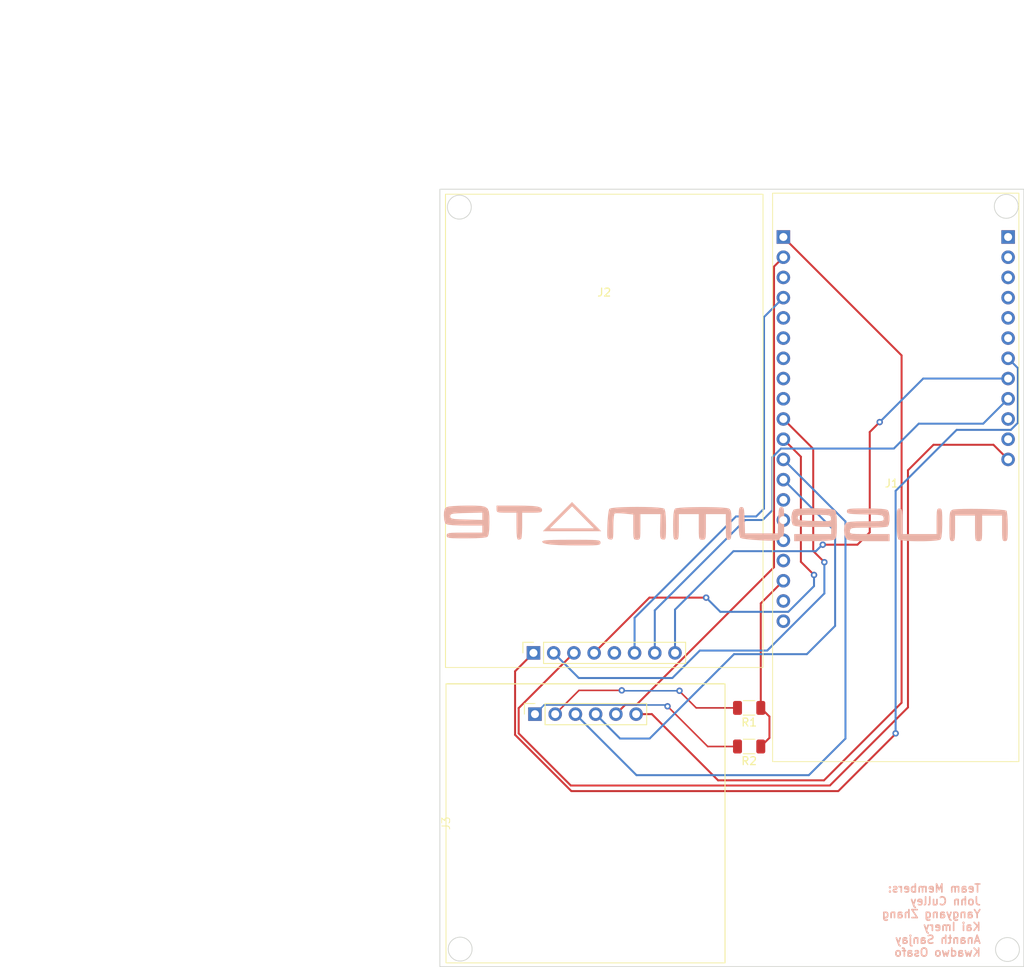
<source format=kicad_pcb>
(kicad_pcb (version 20221018) (generator pcbnew)
  (layers (0 "F.Cu" signal) (31 "B.Cu" signal) (34 "B.Paste" user) (35 "F.Paste" user) (36 "B.SilkS" user "B.Silkscreen") (37 "F.SilkS" user "F.Silkscreen") (38 "B.Mask" user) (39 "F.Mask" user) (44 "Edge.Cuts" user))
  (net 0 "")
  (net 1 "/IO39")
  (net 2 "/IO36")
  (net 3 "/IO35")
  (net 4 "/IO34")
  (net 5 "/IO33")
  (net 6 "/IO32")
  (net 7 "/IO27")
  (net 8 "/IO26")
  (net 9 "/IO25")
  (net 10 "/IO19")
  (net 11 "/IO18")
  (net 12 "/IO15")
  (net 13 "/IO14")
  (net 14 "/IO13")
  (net 15 "/IO12")
  (net 16 "/IO2")
  (net 17 "/RST")
  (net 18 "/GND1")
  (net 19 "/3.3V")
  (net 20 "/IO23")
  (net 21 "/IO22")
  (net 22 "/IO21")
  (net 23 "/IO17")
  (net 24 "/IO16")
  (net 25 "/IO5")
  (net 26 "/IO4")
  (net 27 "/IO0")
  (net 28 "/IO1")
  (net 29 "/IO3")
  (net 30 "/GND2")
  (net 31 "/5V")
  (net 32 "/GND3")
  (net 34 "/BATT-")
  (net 35 "/BATT+")
  (footprint "Resistor_SMD:R_1206_3216Metric" (layer "F.Cu") (at 157.3 119.65 180)
    (fp_text reference "R1" (at 0 -1.82) (layer "F.SilkS"))
    (fp_text value "10K")
    (fp_line (start -0.727064 -0.91) (end 0.727064 -0.91) (stroke (width 0.12)) (layer "F.SilkS"))
    (fp_line (start -0.727064 0.91) (end 0.727064 0.91) (stroke (width 0.12)) (layer "F.SilkS"))
    (pad "1" smd roundrect (at -1.4625 0 180) (size 1.125 1.75) (layers "F.Cu" "F.Paste" "F.Mask") (roundrect_rratio 0.2222222222) (net 3 "/IO35"))
    (pad "2" smd roundrect (at 1.4625 0 180) (size 1.125 1.75) (layers "F.Cu" "F.Paste" "F.Mask") (roundrect_rratio 0.2222222222) (net 35 "/BATT+"))
  )
  (footprint "Resistor_SMD:R_1206_3216Metric" (layer "F.Cu") (at 157.3 124.5 180)
    (fp_text reference "R2" (at 0 -1.82) (layer "F.SilkS"))
    (fp_text value "10K")
    (fp_line (start -0.727064 -0.91) (end 0.727064 -0.91) (stroke (width 0.12)) (layer "F.SilkS"))
    (fp_line (start -0.727064 0.91) (end 0.727064 0.91) (stroke (width 0.12)) (layer "F.SilkS"))
    (pad "1" smd roundrect (at -1.4625 0 180) (size 1.125 1.75) (layers "F.Cu" "F.Paste" "F.Mask") (roundrect_rratio 0.2222222222) (net 3 "/IO35"))
    (pad "2" smd roundrect (at 1.4625 0 180) (size 1.125 1.75) (layers "F.Cu" "F.Paste" "F.Mask") (roundrect_rratio 0.2222222222) (net 34 "/BATT-"))
  )
  (footprint "ESP32:RC522_Module" (layer "F.Cu") (at 139.1 84.85)
    (fp_text reference "J2" (at 0 -17.39) (layer "F.SilkS"))
    (fp_text value "RC522 Connector")
    (fp_line (start -19.945 -29.72) (end -19.945 29.72) (stroke (width 0.1)) (layer "F.SilkS"))
    (fp_line (start -10.219999 26.56) (end -10.219999 27.89) (stroke (width 0.12)) (layer "F.SilkS"))
    (fp_line (start -8.889999 26.56) (end -10.219999 26.56) (stroke (width 0.12)) (layer "F.SilkS"))
    (fp_line (start -7.62 26.56) (end -7.62 29.22) (stroke (width 0.12)) (layer "F.SilkS"))
    (fp_line (start -7.62 26.56) (end 10.22 26.56) (stroke (width 0.12)) (layer "F.SilkS"))
    (fp_line (start -7.62 29.22) (end 10.22 29.22) (stroke (width 0.12)) (layer "F.SilkS"))
    (fp_line (start 10.22 26.56) (end 10.22 29.22) (stroke (width 0.12)) (layer "F.SilkS"))
    (fp_rect (start -19.945 -29.72) (end 19.945 29.72) (stroke (width 0.1)) (fill none) (layer "F.SilkS"))
    (pad "1" thru_hole rect (at -8.889999 27.89 90) (size 1.7 1.7) (drill 1) (layers "*.Cu" "*.Mask") (net 25 "/IO5"))
    (pad "2" thru_hole oval (at -6.349999 27.89 90) (size 1.7 1.7) (drill 1) (layers "*.Cu" "*.Mask") (net 11 "/IO18"))
    (pad "3" thru_hole oval (at -3.809999 27.89 90) (size 1.7 1.7) (drill 1) (layers "*.Cu" "*.Mask") (net 20 "/IO23"))
    (pad "4" thru_hole oval (at -1.27 27.89 90) (size 1.7 1.7) (drill 1) (layers "*.Cu" "*.Mask") (net 10 "/IO19"))
    (pad "5" thru_hole oval (at 1.270001 27.89 90) (size 1.7 1.7) (drill 1) (layers "*.Cu" "*.Mask"))
    (pad "6" thru_hole oval (at 3.810001 27.89 90) (size 1.7 1.7) (drill 1) (layers "*.Cu" "*.Mask") (net 30 "/GND2"))
    (pad "7" thru_hole oval (at 6.350001 27.89 90) (size 1.7 1.7) (drill 1) (layers "*.Cu" "*.Mask") (net 23 "/IO17"))
    (pad "8" thru_hole oval (at 8.890001 27.89 90) (size 1.7 1.7) (drill 1) (layers "*.Cu" "*.Mask") (net 24 "/IO16"))
  )
  (footprint "ESP32:ESP_UWB_Final" (layer "F.Cu") (at 177.85 84.6)
    (fp_text reference "J1" (at -2.635 6.85) (layer "F.SilkS"))
    (fp_text value "ESP32 UWB" hide)
    (fp_line (start -17.6 -29.6) (end -17.6 -28.1) (stroke (width 0.1)) (layer "F.SilkS"))
    (fp_line (start -17.6 -29.6) (end 12.33 -29.6) (stroke (width 0.1)) (layer "F.SilkS"))
    (fp_line (start -17.6 -28.1) (end -17.6 41.8) (stroke (width 0.1)) (layer "F.SilkS"))
    (fp_line (start -17.6 41.8) (end 12.33 41.8) (stroke (width 0.1)) (layer "F.SilkS"))
    (fp_line (start 12.33 -29.6) (end 13.33 -29.6) (stroke (width 0.1)) (layer "F.SilkS"))
    (fp_line (start 12.33 41.8) (end 13.33 41.8) (stroke (width 0.1)) (layer "F.SilkS"))
    (fp_line (start 13.33 -29.6) (end 13.33 -28.1) (stroke (width 0.1)) (layer "F.SilkS"))
    (fp_line (start 13.33 -28.1) (end 13.33 41.8) (stroke (width 0.1)) (layer "F.SilkS"))
    (pad "1" thru_hole rect (at -16.25 -24.1) (size 1.7 1.7) (drill 1) (layers "*.Cu" "*.Mask") (net 19 "/3.3V"))
    (pad "2" thru_hole oval (at -16.25 -21.56) (size 1.7 1.7) (drill 1) (layers "*.Cu" "*.Mask") (net 18 "/GND1"))
    (pad "3" thru_hole oval (at -16.25 -19.02) (size 1.7 1.7) (drill 1) (layers "*.Cu" "*.Mask") (net 17 "/RST"))
    (pad "4" thru_hole oval (at -16.25 -16.48) (size 1.7 1.7) (drill 1) (layers "*.Cu" "*.Mask") (net 30 "/GND2"))
    (pad "5" thru_hole oval (at -16.25 -13.94) (size 1.7 1.7) (drill 1) (layers "*.Cu" "*.Mask") (net 16 "/IO2"))
    (pad "6" thru_hole oval (at -16.25 -11.4) (size 1.7 1.7) (drill 1) (layers "*.Cu" "*.Mask") (net 15 "/IO12"))
    (pad "7" thru_hole oval (at -16.25 -8.86) (size 1.7 1.7) (drill 1) (layers "*.Cu" "*.Mask") (net 14 "/IO13"))
    (pad "8" thru_hole oval (at -16.25 -6.32) (size 1.7 1.7) (drill 1) (layers "*.Cu" "*.Mask") (net 13 "/IO14"))
    (pad "9" thru_hole oval (at -16.25 -3.78) (size 1.7 1.7) (drill 1) (layers "*.Cu" "*.Mask") (net 12 "/IO15"))
    (pad "10" thru_hole oval (at -16.25 -1.24) (size 1.7 1.7) (drill 1) (layers "*.Cu" "*.Mask") (net 11 "/IO18"))
    (pad "11" thru_hole oval (at -16.25 1.3) (size 1.7 1.7) (drill 1) (layers "*.Cu" "*.Mask") (net 10 "/IO19"))
    (pad "12" thru_hole oval (at -16.25 3.84) (size 1.7 1.7) (drill 1) (layers "*.Cu" "*.Mask") (net 9 "/IO25"))
    (pad "13" thru_hole oval (at -16.25 6.38) (size 1.7 1.7) (drill 1) (layers "*.Cu" "*.Mask") (net 8 "/IO26"))
    (pad "14" thru_hole oval (at -16.25 8.92) (size 1.7 1.7) (drill 1) (layers "*.Cu" "*.Mask") (net 7 "/IO27"))
    (pad "15" thru_hole oval (at -16.25 11.46) (size 1.7 1.7) (drill 1) (layers "*.Cu" "*.Mask") (net 6 "/IO32"))
    (pad "16" thru_hole oval (at -16.25 14) (size 1.7 1.7) (drill 1) (layers "*.Cu" "*.Mask") (net 5 "/IO33"))
    (pad "17" thru_hole oval (at -16.25 16.54) (size 1.7 1.7) (drill 1) (layers "*.Cu" "*.Mask") (net 4 "/IO34"))
    (pad "18" thru_hole oval (at -16.25 19.08) (size 1.7 1.7) (drill 1) (layers "*.Cu" "*.Mask") (net 3 "/IO35"))
    (pad "19" thru_hole oval (at -16.25 21.62) (size 1.7 1.7) (drill 1) (layers "*.Cu" "*.Mask") (net 2 "/IO36"))
    (pad "20" thru_hole oval (at -16.25 24.16) (size 1.7 1.7) (drill 1) (layers "*.Cu" "*.Mask") (net 1 "/IO39"))
    (pad "21" thru_hole rect (at 11.98 -24.1) (size 1.7 1.7) (drill 1) (layers "*.Cu" "*.Mask") (net 31 "/5V"))
    (pad "22" thru_hole oval (at 11.98 -21.56) (size 1.7 1.7) (drill 1) (layers "*.Cu" "*.Mask") (net 32 "/GND3"))
    (pad "23" thru_hole oval (at 11.98 -19.02) (size 1.7 1.7) (drill 1) (layers "*.Cu" "*.Mask") (net 29 "/IO3"))
    (pad "24" thru_hole oval (at 11.98 -16.48) (size 1.7 1.7) (drill 1) (layers "*.Cu" "*.Mask") (net 28 "/IO1"))
    (pad "25" thru_hole oval (at 11.98 -13.94) (size 1.7 1.7) (drill 1) (layers "*.Cu" "*.Mask") (net 27 "/IO0"))
    (pad "26" thru_hole oval (at 11.98 -11.4) (size 1.7 1.7) (drill 1) (layers "*.Cu" "*.Mask") (net 26 "/IO4"))
    (pad "27" thru_hole oval (at 11.98 -8.86) (size 1.7 1.7) (drill 1) (layers "*.Cu" "*.Mask") (net 25 "/IO5"))
    (pad "28" thru_hole oval (at 11.98 -6.32) (size 1.7 1.7) (drill 1) (layers "*.Cu" "*.Mask") (net 24 "/IO16"))
    (pad "29" thru_hole oval (at 11.98 -3.78) (size 1.7 1.7) (drill 1) (layers "*.Cu" "*.Mask") (net 23 "/IO17"))
    (pad "30" thru_hole oval (at 11.98 -1.24) (size 1.7 1.7) (drill 1) (layers "*.Cu" "*.Mask") (net 22 "/IO21"))
    (pad "31" thru_hole oval (at 11.98 1.3) (size 1.7 1.7) (drill 1) (layers "*.Cu" "*.Mask") (net 21 "/IO22"))
    (pad "32" thru_hole oval (at 11.98 3.84) (size 1.7 1.7) (drill 1) (layers "*.Cu" "*.Mask") (net 20 "/IO23"))
  )
  (footprint "ESP32:Li-Ion_Charger" (layer "F.Cu") (at 136.75 134.15 90)
    (fp_text reference "J3" (at 0 -17.526 90 unlocked) (layer "F.SilkS") (effects (font (thickness 0.1))))
    (fp_text value "USB Li-Ion Charger")
    (fp_line (start -17.526 17.526) (end 17.526 17.526) (stroke (width 0.1)) (layer "F.SilkS"))
    (fp_line (start 12.386 -5.08) (end 12.386 7.68) (stroke (width 0.12)) (layer "F.SilkS"))
    (fp_line (start 12.386 -5.08) (end 15.046 -5.08) (stroke (width 0.12)) (layer "F.SilkS"))
    (fp_line (start 12.386 7.68) (end 15.046 7.68) (stroke (width 0.12)) (layer "F.SilkS"))
    (fp_line (start 13.716 -7.68) (end 15.046 -7.68) (stroke (width 0.12)) (layer "F.SilkS"))
    (fp_line (start 15.046 -7.68) (end 15.046 -6.35) (stroke (width 0.12)) (layer "F.SilkS"))
    (fp_line (start 15.046 -5.08) (end 15.046 7.68) (stroke (width 0.12)) (layer "F.SilkS"))
    (fp_line (start 17.526 -17.526) (end 17.526 17.526) (stroke (width 0.1)) (layer "F.SilkS"))
    (fp_line (start 17.526 17.526) (end 17.526 -17.526) (stroke (width 0.1)) (layer "F.SilkS"))
    (fp_rect (start -17.526 -17.526) (end 17.526 17.526) (stroke (width 0.1)) (fill none) (layer "F.SilkS"))
    (pad "1" thru_hole rect (at 13.716 -6.35 90) (size 1.7 1.7) (drill 1) (layers "*.Cu" "*.Mask") (net 34 "/BATT-"))
    (pad "2" thru_hole oval (at 13.716 -3.81 90) (size 1.7 1.7) (drill 1) (layers "*.Cu" "*.Mask") (net 35 "/BATT+"))
    (pad "3" thru_hole oval (at 13.716 -1.27 90) (size 1.7 1.7) (drill 1) (layers "*.Cu" "*.Mask") (net 9 "/IO25"))
    (pad "4" thru_hole oval (at 13.716 1.27 90) (size 1.7 1.7) (drill 1) (layers "*.Cu" "*.Mask") (net 8 "/IO26"))
    (pad "5" thru_hole oval (at 13.716 3.81 90) (size 1.7 1.7) (drill 1) (layers "*.Cu" "*.Mask") (net 18 "/GND1"))
    (pad "6" thru_hole oval (at 13.716 6.35 90) (size 1.7 1.7) (drill 1) (layers "*.Cu" "*.Mask") (net 19 "/3.3V"))
  )
  (footprint "LOGO" (layer "B.Cu") (at 154.55 97.1 180)
    (fp_text reference "G***" hide)
    (fp_text value "LOGO" hide)
    (fp_poly (pts (xy 21.329543 1.474613) (xy 23.161903 -0.357747) (xy 19.497183 -0.357747) (xy 15.832463 -0.357747) (xy 16.19021 0) (xy 16.756821 0) (xy 19.511827 0) (xy 22.266834 0) (xy 20.880409 1.386267) (xy 19.493985 2.772535) (xy 18.125403 1.386267) (xy 16.756821 0) (xy 16.19021 0) (xy 17.664823 1.474613) (xy 19.497183 3.306973)) (fill solid) (layer "B.SilkS"))
    (fp_poly (pts (xy 20.856888 -1.435042) (xy 21.809726 -1.448991) (xy 22.485377 -1.475504) (xy 22.924082 -1.517252) (xy 23.166087 -1.576907) (xy 23.251632 -1.657139) (xy 23.253521 -1.674381) (xy 23.134531 -1.830156) (xy 22.763076 -1.952016) (xy 22.117429 -2.04218) (xy 21.175862 -2.102868) (xy 19.916648 -2.1363) (xy 18.647536 -2.144924) (xy 17.606502 -2.143247) (xy 16.870493 -2.132246) (xy 16.386794 -2.105037) (xy 16.102691 -2.054738) (xy 15.96547 -1.974466) (xy 15.922417 -1.857336) (xy 15.919719 -1.788733) (xy 15.93353 -1.668512) (xy 16.005321 -1.57875) (xy 16.180629 -1.515005) (xy 16.504991 -1.472834) (xy 17.023944 -1.447794) (xy 17.783024 -1.435444) (xy 18.827768 -1.431339) (xy 19.58662 -1.430986)) (fill solid) (layer "B.SilkS"))
    (fp_poly (pts (xy 28.977465 2.414788) (xy 28.959053 2.18116) (xy 28.851846 2.047449) (xy 28.57789 1.985816) (xy 28.05923 1.96842) (xy 27.725352 1.967605) (xy 26.47324 1.967605) (xy 26.47324 0.26831) (xy 26.46078 -0.565137) (xy 26.418662 -1.092199) (xy 26.339776 -1.363531) (xy 26.234742 -1.430986) (xy 25.930526 -1.351531) (xy 25.876996 -1.311737) (xy 25.823628 -1.090243) (xy 25.782597 -0.599917) (xy 25.76014 0.070375) (xy 25.757747 0.387558) (xy 25.757747 1.967605) (xy 24.505634 1.967605) (xy 23.845072 1.978323) (xy 23.466502 2.023951) (xy 23.29447 2.1247) (xy 23.253524 2.300779) (xy 23.253521 2.302993) (xy 23.3118 2.501923) (xy 23.514758 2.649355) (xy 23.90458 2.752181) (xy 24.523451 2.817295) (xy 25.413555 2.85159) (xy 26.617076 2.861957) (xy 26.674472 2.861972) (xy 28.977465 2.861972)) (fill solid) (layer "B.SilkS"))
    (fp_poly (pts (xy -21.4828 2.480288) (xy -21.379 2.365917) (xy -21.319867 2.097275) (xy -21.293005 1.610524) (xy -21.286019 0.841826) (xy -21.285915 0.661831) (xy -21.308508 -0.332522) (xy -21.374762 -1.01818) (xy -21.482385 -1.373203) (xy -21.500563 -1.395212) (xy -21.769356 -1.487264) (xy -22.312061 -1.55509) (xy -23.045665 -1.598689) (xy -23.887153 -1.618061) (xy -24.753514 -1.613206) (xy -25.561732 -1.584125) (xy -26.228795 -1.530816) (xy -26.67169 -1.45328) (xy -26.795211 -1.395212) (xy -26.908426 -1.088072) (xy -26.980589 -0.447234) (xy -27.009413 0.50536) (xy -27.009859 0.661831) (xy -27.005211 1.49027) (xy -26.983003 2.024838) (xy -26.930839 2.329372) (xy -26.836325 2.467711) (xy -26.687063 2.503692) (xy -26.652112 2.504225) (xy -26.482143 2.477326) (xy -26.376527 2.351234) (xy -26.320133 2.05786) (xy -26.29783 1.529114) (xy -26.294366 0.894366) (xy -26.294366 -0.715493) (xy -24.147887 -0.715493) (xy -22.001408 -0.715493) (xy -22.001408 0.894366) (xy -21.99543 1.659229) (xy -21.96741 2.134501) (xy -21.902216 2.388273) (xy -21.784717 2.488635) (xy -21.643662 2.504225)) (fill solid) (layer "B.SilkS"))
    (fp_poly (pts (xy -1.624566 2.657811) (xy -1.522751 2.539622) (xy -1.464568 2.265047) (xy -1.438012 1.770597) (xy -1.431077 0.992786) (xy -1.430986 0.826831) (xy -1.451167 -0.167309) (xy -1.513129 -0.825244) (xy -1.618999 -1.166307) (xy -1.654577 -1.20594) (xy -1.911241 -1.28217) (xy -2.448533 -1.361585) (xy -3.189543 -1.435105) (xy -4.057363 -1.493648) (xy -4.118065 -1.496808) (xy -5.09273 -1.53916) (xy -5.778287 -1.546833) (xy -6.242077 -1.515621) (xy -6.551438 -1.44132) (xy -6.756446 -1.332063) (xy -6.935748 -1.179874) (xy -7.051491 -0.976027) (xy -7.117424 -0.64643) (xy -7.147299 -0.116989) (xy -7.154867 0.686391) (xy -7.154929 0.815072) (xy -7.150202 1.650786) (xy -7.128089 2.19209) (xy -7.076698 2.502281) (xy -6.984134 2.644652) (xy -6.838502 2.6825) (xy -6.803895 2.683098) (xy -6.637664 2.652599) (xy -6.529879 2.516572) (xy -6.464294 2.208228) (xy -6.424662 1.660776) (xy -6.40143 1.028521) (xy -6.35 -0.626057) (xy -4.292957 -0.626057) (xy -2.235915 -0.626057) (xy -2.184485 1.028521) (xy -2.153798 1.807573) (xy -2.109766 2.295681) (xy -2.036143 2.559636) (xy -1.916683 2.66623) (xy -1.78202 2.683098)) (fill solid) (layer "B.SilkS"))
    (fp_poly (pts (xy 4.314826 2.662004) (xy 5.188148 2.634462) (xy 5.903628 2.591409) (xy 6.389134 2.533003) (xy 6.560593 2.477901) (xy 6.680985 2.241529) (xy 6.756913 1.745838) (xy 6.792833 0.952164) (xy 6.797183 0.425281) (xy 6.792599 -0.406828) (xy 6.770675 -0.944834) (xy 6.719152 -1.252345) (xy 6.625771 -1.392968) (xy 6.478273 -1.430312) (xy 6.439437 -1.430986) (xy 6.269467 -1.404087) (xy 6.163851 -1.277995) (xy 6.107457 -0.984621) (xy 6.085155 -0.455876) (xy 6.08169 0.178873) (xy 6.08169 1.788732) (xy 4.829578 1.788732) (xy 3.577465 1.788732) (xy 3.577465 0.178873) (xy 3.573904 -0.583205) (xy 3.550474 -1.05638) (xy 3.48805 -1.309494) (xy 3.367511 -1.411389) (xy 3.169732 -1.430908) (xy 3.130282 -1.430986) (xy 2.918594 -1.418168) (xy 2.787156 -1.333817) (xy 2.716847 -1.109092) (xy 2.688542 -0.67515) (xy 2.683121 0.036851) (xy 2.683099 0.178873) (xy 2.683099 1.788732) (xy 1.430986 1.788732) (xy 0.178874 1.788732) (xy 0.178874 0.178873) (xy 0.172896 -0.58599) (xy 0.144875 -1.061262) (xy 0.079681 -1.315034) (xy -0.037818 -1.415396) (xy -0.178873 -1.430986) (xy -0.338689 -1.40737) (xy -0.442248 -1.294286) (xy -0.501657 -1.028384) (xy -0.529024 -0.546312) (xy -0.536457 0.215282) (xy -0.536619 0.440889) (xy -0.52963 1.292642) (xy -0.501106 1.855951) (xy -0.439717 2.199973) (xy -0.33413 2.393866) (xy -0.200428 2.492689) (xy 0.105186 2.561526) (xy 0.685747 2.613906) (xy 1.469123 2.649986) (xy 2.383182 2.669923) (xy 3.355794 2.673877)) (fill solid) (layer "B.SilkS"))
    (fp_poly (pts (xy -29.709811 2.445138) (xy -28.976166 2.420621) (xy -28.469493 2.379157) (xy -28.281347 2.335721) (xy -28.111866 2.216969) (xy -28.002308 2.031532) (xy -27.939784 1.708522) (xy -27.9114 1.177051) (xy -27.904266 0.366233) (xy -27.904225 0.262016) (xy -27.908739 -0.574206) (xy -27.930351 -1.116068) (xy -27.981169 -1.426921) (xy -28.073301 -1.570117) (xy -28.218854 -1.609007) (xy -28.261972 -1.609859) (xy -28.431941 -1.58296) (xy -28.537557 -1.456868) (xy -28.593951 -1.163494) (xy -28.616254 -0.634749) (xy -28.619718 0) (xy -28.619718 1.609859) (xy -29.871831 1.609859) (xy -31.123943 1.609859) (xy -31.123943 0) (xy -31.127504 -0.762079) (xy -31.150935 -1.235254) (xy -31.213359 -1.488367) (xy -31.333898 -1.590263) (xy -31.531676 -1.609781) (xy -31.571126 -1.609859) (xy -31.782815 -1.597041) (xy -31.914252 -1.51269) (xy -31.984562 -1.287965) (xy -32.012866 -0.854023) (xy -32.018288 -0.142022) (xy -32.01831 0) (xy -32.01831 1.609859) (xy -33.270422 1.609859) (xy -34.522535 1.609859) (xy -34.522535 0) (xy -34.528513 -0.764863) (xy -34.556533 -1.240135) (xy -34.621727 -1.493908) (xy -34.739226 -1.594269) (xy -34.880281 -1.609859) (xy -35.040247 -1.586197) (xy -35.143841 -1.47293) (xy -35.203211 -1.206636) (xy -35.230506 -0.723895) (xy -35.237874 0.038714) (xy -35.238028 0.257753) (xy -35.22211 1.045194) (xy -35.179045 1.689566) (xy -35.115863 2.111928) (xy -35.061996 2.234159) (xy -34.785731 2.297629) (xy -34.224891 2.351813) (xy -33.452555 2.395617) (xy -32.541801 2.427946) (xy -31.565706 2.447706) (xy -30.59735 2.453801)) (fill solid) (layer "B.SilkS"))
    (fp_poly (pts (xy 33.556331 2.847612) (xy 34.336354 2.808476) (xy 34.926539 2.750478) (xy 35.244451 2.679532) (xy 35.249788 2.676805) (xy 35.475418 2.462224) (xy 35.578372 2.069443) (xy 35.595775 1.63934) (xy 35.553147 1.088448) (xy 35.445291 0.675687) (xy 35.381127 0.572394) (xy 35.080084 0.463711) (xy 34.430546 0.393118) (xy 33.429442 0.360343) (xy 32.966338 0.357746) (xy 30.766197 0.357746) (xy 30.766197 -0.089437) (xy 30.766197 -0.53662) (xy 33.002113 -0.53662) (xy 33.930022 -0.539878) (xy 34.558315 -0.555852) (xy 34.945109 -0.59384) (xy 35.148518 -0.66314) (xy 35.226657 -0.773051) (xy 35.238028 -0.894366) (xy 35.219235 -1.036794) (xy 35.125945 -1.1354) (xy 34.90279 -1.198208) (xy 34.494404 -1.233244) (xy 33.845419 -1.24853) (xy 32.900469 -1.252092) (xy 32.769578 -1.252113) (xy 31.592605 -1.237162) (xy 30.75865 -1.191587) (xy 30.254206 -1.114309) (xy 30.086479 -1.037465) (xy 29.971013 -0.733335) (xy 29.897466 -0.122868) (xy 29.871831 0.738491) (xy 29.87967 1.539412) (xy 29.924773 1.979322) (xy 30.766197 1.979322) (xy 30.766197 1.520422) (xy 30.766197 1.061523) (xy 32.778521 1.112099) (xy 33.651704 1.138341) (xy 34.228199 1.172951) (xy 34.569042 1.228314) (xy 34.735269 1.316816) (xy 34.787917 1.45084) (xy 34.790845 1.520422) (xy 34.766682 1.676262) (xy 34.653503 1.781595) (xy 34.390271 1.848805) (xy 33.915951 1.890278) (xy 33.169506 1.918398) (xy 32.778521 1.928745) (xy 30.766197 1.979322) (xy 29.924773 1.979322) (xy 29.938006 2.108392) (xy 30.099069 2.485083) (xy 30.415089 2.709137) (xy 30.938294 2.820206) (xy 31.720915 2.85794) (xy 32.668903 2.861972)) (fill solid) (layer "B.SilkS"))
    (fp_poly (pts (xy -10.234404 2.530389) (xy -9.440427 2.504644) (xy -8.80121 2.452611) (xy -8.401881 2.373537) (xy -8.33178 2.337116) (xy -8.144346 1.995422) (xy -8.056585 1.466197) (xy -8.073998 0.907039) (xy -8.202086 0.475545) (xy -8.263943 0.393521) (xy -8.554507 0.28761) (xy -9.182864 0.217679) (xy -10.156347 0.183102) (xy -10.768169 0.178873) (xy -13.057746 0.178873) (xy -13.057746 -0.26831) (xy -13.057746 -0.715493) (xy -10.732394 -0.715493) (xy -8.407042 -0.715493) (xy -8.407042 -1.162676) (xy -8.407042 -1.609859) (xy -10.777112 -1.60442) (xy -11.68598 -1.589094) (xy -12.483757 -1.551056) (xy -13.092577 -1.495755) (xy -13.43457 -1.42864) (xy -13.460211 -1.416659) (xy -13.610992 -1.274546) (xy -13.705152 -1.013456) (xy -13.754897 -0.561213) (xy -13.772434 0.154355) (xy -13.773239 0.434169) (xy -13.75554 1.11826) (xy -13.040534 1.11826) (xy -12.986187 1.00437) (xy -12.804792 0.939215) (xy -12.437956 0.912639) (xy -11.827286 0.914486) (xy -10.969185 0.933293) (xy -10.070291 0.958675) (xy -9.469527 0.991485) (xy -9.107303 1.043227) (xy -8.924025 1.125404) (xy -8.860101 1.249519) (xy -8.854225 1.341549) (xy -8.876041 1.495258) (xy -8.981838 1.597281) (xy -9.232141 1.658143) (xy -9.687473 1.688369) (xy -10.408359 1.698487) (xy -10.911267 1.699296) (xy -11.794203 1.696348) (xy -12.382022 1.679444) (xy -12.737353 1.636497) (xy -12.92282 1.555417) (xy -13.001051 1.424115) (xy -13.026228 1.29104) (xy -13.040534 1.11826) (xy -13.75554 1.11826) (xy -13.748507 1.390122) (xy -13.673241 2.004822) (xy -13.546228 2.291077) (xy -13.255363 2.385505) (xy -12.69362 2.457402) (xy -11.946128 2.506016) (xy -11.098014 2.530595)) (fill solid) (layer "B.SilkS"))
    (fp_poly (pts (xy 12.297379 2.687643) (xy 13.200718 2.660043) (xy 13.965337 2.614363) (xy 14.520844 2.550694) (xy 14.796848 2.469128) (xy 14.806766 2.459507) (xy 14.890535 2.193629) (xy 14.967962 1.658895) (xy 15.028206 0.944167) (xy 15.052259 0.447183) (xy 15.077056 -0.36545) (xy 15.074654 -0.88797) (xy 15.032655 -1.187704) (xy 14.938659 -1.331981) (xy 14.780268 -1.388127) (xy 14.712324 -1.398709) (xy 14.521894 -1.409328) (xy 14.403569 -1.331104) (xy 14.340213 -1.097846) (xy 14.31469 -0.643363) (xy 14.309865 0.098536) (xy 14.309859 0.155876) (xy 14.293159 0.880004) (xy 14.248462 1.459442) (xy 14.183874 1.807766) (xy 14.149392 1.866793) (xy 13.897823 1.901878) (xy 13.406875 1.892595) (xy 12.897279 1.851868) (xy 11.805634 1.737769) (xy 11.805634 0.153391) (xy 11.801928 -0.601402) (xy 11.777753 -1.067841) (xy 11.713524 -1.315318) (xy 11.589655 -1.413225) (xy 11.386561 -1.430952) (xy 11.358451 -1.430986) (xy 11.146763 -1.418168) (xy 11.015325 -1.333817) (xy 10.945016 -1.109092) (xy 10.916711 -0.67515) (xy 10.91129 0.036851) (xy 10.911268 0.178873) (xy 10.911268 1.788732) (xy 9.648095 1.788732) (xy 8.384922 1.788732) (xy 8.423425 0.223591) (xy 8.43634 -0.52836) (xy 8.419608 -0.994985) (xy 8.357814 -1.248424) (xy 8.235541 -1.360814) (xy 8.076739 -1.398709) (xy 7.904452 -1.407713) (xy 7.793102 -1.331924) (xy 7.729412 -1.109376) (xy 7.700102 -0.678099) (xy 7.691897 0.023872) (xy 7.69155 0.398967) (xy 7.714013 1.398815) (xy 7.779956 2.087884) (xy 7.887212 2.445271) (xy 7.906197 2.46845) (xy 8.163619 2.551247) (xy 8.704673 2.615416) (xy 9.458969 2.661049) (xy 10.356113 2.688237) (xy 11.325714 2.697071)) (fill solid) (layer "B.SilkS"))
    (fp_poly (pts (xy -16.510718 2.501384) (xy -15.830056 2.487595) (xy -15.396506 2.454962) (xy -15.154759 2.39559) (xy -15.049503 2.301582) (xy -15.025427 2.165042) (xy -15.025352 2.151823) (xy -15.048225 2.006134) (xy -15.155097 1.90501) (xy -15.403349 1.838326) (xy -15.850364 1.795955) (xy -16.553521 1.767771) (xy -17.305986 1.749358) (xy -18.244199 1.726052) (xy -18.883976 1.697094) (xy -19.284581 1.651012) (xy -19.505277 1.576335) (xy -19.605327 1.461591) (xy -19.643779 1.296831) (xy -19.656234 1.132118) (xy -19.600995 1.019877) (xy -19.421935 0.950045) (xy -19.062931 0.912559) (xy -18.467856 0.897359) (xy -17.580588 0.894381) (xy -17.398919 0.894366) (xy -16.249861 0.877241) (xy -15.449074 0.825419) (xy -14.988706 0.738231) (xy -14.882253 0.679718) (xy -14.721184 0.318287) (xy -14.670757 -0.226122) (xy -14.725827 -0.797994) (xy -14.881251 -1.241816) (xy -14.948692 -1.328773) (xy -15.125038 -1.443207) (xy -15.424475 -1.522976) (xy -15.903444 -1.573621) (xy -16.618386 -1.600687) (xy -17.625742 -1.609718) (xy -17.810664 -1.609859) (xy -20.391549 -1.609859) (xy -20.391549 -1.162676) (xy -20.391549 -0.715493) (xy -17.874883 -0.715493) (xy -16.882722 -0.713922) (xy -16.194501 -0.703337) (xy -15.756413 -0.674934) (xy -15.514653 -0.619909) (xy -15.415413 -0.529457) (xy -15.404887 -0.394773) (xy -15.415376 -0.313028) (xy -15.453292 -0.146205) (xy -15.550945 -0.033302) (xy -15.768249 0.036199) (xy -16.165117 0.072811) (xy -16.801466 0.087052) (xy -17.70845 0.089436) (xy -18.581436 0.10052) (xy -19.332659 0.130747) (xy -19.885068 0.175585) (xy -20.161615 0.2305) (xy -20.167957 0.234148) (xy -20.308696 0.500358) (xy -20.378634 0.97903) (xy -20.377168 1.531832) (xy -20.303697 2.020434) (xy -20.176901 2.289577) (xy -19.903915 2.390623) (xy -19.311254 2.459177) (xy -18.385412 2.496322) (xy -17.493803 2.504225)) (fill solid) (layer "B.SilkS"))
  )
  (gr_circle (center 121 149.949167) (end 119.7 149.199167) (stroke (width 0.1)) (fill none) (layer "Edge.Cuts"))
  (gr_circle (center 189.599167 56.65) (end 188.299167 55.9) (stroke (width 0.1)) (fill none) (layer "Edge.Cuts"))
  (gr_circle (center 189.749167 150) (end 188.449167 149.25) (stroke (width 0.1)) (fill none) (layer "Edge.Cuts"))
  (gr_circle (center 120.899167 56.75) (end 119.599167 56) (stroke (width 0.1)) (fill none) (layer "Edge.Cuts"))
  (gr_rect (start 118.45 54.5) (end 191.8 152.15) (stroke (width 0.1)) (fill none) (layer "Edge.Cuts"))
  (gr_text "Team Members:\nJohn Culley\nYangyang Zhang\nKai Imery\nAnanth Sanjay\nKwadwo Osafo" (at 186.5 150.95) (layer "B.SilkS") (effects (font (size 1 1) (thickness 0.2) bold) (justify left bottom mirror)))
  (segment (start 158.7625 106.5175) (end 158.7625 119.65) (width 0.25) (layer "F.Cu") (net 3))
  (segment (start 161.6 103.68) (end 158.7625 106.5175) (width 0.25) (layer "F.Cu") (net 3))
  (segment (start 159.85 123.4125) (end 159.85 120.7375) (width 0.25) (layer "F.Cu") (net 3))
  (segment (start 159.85 120.7375) (end 158.7625 119.65) (width 0.25) (layer "F.Cu") (net 3))
  (segment (start 158.7625 124.5) (end 159.85 123.4125) (width 0.25) (layer "F.Cu") (net 3))
  (segment (start 141.086 123.5) (end 144.8 123.5) (width 0.25) (layer "B.Cu") (net 8))
  (segment (start 168.1 109.35) (end 168.1 97.48) (width 0.25) (layer "B.Cu") (net 8))
  (segment (start 164.55 112.9) (end 168.1 109.35) (width 0.25) (layer "B.Cu") (net 8))
  (segment (start 138.02 120.434) (end 141.086 123.5) (width 0.25) (layer "B.Cu") (net 8))
  (segment (start 168.1 97.48) (end 161.6 90.98) (width 0.25) (layer "B.Cu") (net 8))
  (segment (start 155.4 112.9) (end 164.55 112.9) (width 0.25) (layer "B.Cu") (net 8))
  (segment (start 144.8 123.5) (end 155.4 112.9) (width 0.25) (layer "B.Cu") (net 8))
  (segment (start 169.4 96.24) (end 169.4 123.5) (width 0.25) (layer "B.Cu") (net 9))
  (segment (start 164.8 128.1) (end 143.146 128.1) (width 0.25) (layer "B.Cu") (net 9))
  (segment (start 169.4 123.5) (end 164.8 128.1) (width 0.25) (layer "B.Cu") (net 9))
  (segment (start 161.6 88.44) (end 169.4 96.24) (width 0.25) (layer "B.Cu") (net 9))
  (segment (start 143.146 128.1) (end 135.48 120.434) (width 0.25) (layer "B.Cu") (net 9))
  (segment (start 165.45 102.95) (end 165.45 102.9) (width 0.25) (layer "F.Cu") (net 10))
  (segment (start 144.77 105.8) (end 151.9 105.8) (width 0.25) (layer "F.Cu") (net 10))
  (segment (start 163.8 101.3) (end 165.45 102.95) (width 0.25) (layer "F.Cu") (net 10))
  (segment (start 137.83 112.74) (end 144.77 105.8) (width 0.25) (layer "F.Cu") (net 10))
  (segment (start 161.6 85.9) (end 163.8 88.1) (width 0.25) (layer "F.Cu") (net 10))
  (segment (start 163.8 88.1) (end 163.8 101.3) (width 0.25) (layer "F.Cu") (net 10))
  (via (at 151.9 105.8) (size 0.8) (drill 0.4) (layers "F.Cu" "B.Cu") (net 10))
  (via (at 165.45 102.95) (size 0.8) (drill 0.4) (layers "F.Cu" "B.Cu") (net 10))
  (segment (start 162.215 107.585) (end 165.45 104.35) (width 0.25) (layer "B.Cu") (net 10))
  (segment (start 165.45 104.35) (end 165.45 102.95) (width 0.25) (layer "B.Cu") (net 10))
  (segment (start 153.685 107.585) (end 162.215 107.585) (width 0.25) (layer "B.Cu") (net 10))
  (segment (start 151.9 105.8) (end 153.685 107.585) (width 0.25) (layer "B.Cu") (net 10))
  (segment (start 166.75 101.35) (end 166.75 101.3) (width 0.25) (layer "F.Cu") (net 11))
  (segment (start 161.6 83.36) (end 165.35 87.11) (width 0.25) (layer "F.Cu") (net 11))
  (segment (start 165.35 87.11) (end 165.35 99.95) (width 0.25) (layer "F.Cu") (net 11))
  (segment (start 165.35 99.95) (end 166.75 101.35) (width 0.25) (layer "F.Cu") (net 11))
  (via (at 166.75 101.35) (size 0.8) (drill 0.4) (layers "F.Cu" "B.Cu") (net 11))
  (segment (start 135.910001 115.9) (end 132.750001 112.74) (width 0.25) (layer "B.Cu") (net 11))
  (segment (start 166.75 105.271701) (end 159.571701 112.45) (width 0.25) (layer "B.Cu") (net 11))
  (segment (start 166.75 101.35) (end 166.75 105.271701) (width 0.25) (layer "B.Cu") (net 11))
  (segment (start 147.65 115.9) (end 135.910001 115.9) (width 0.25) (layer "B.Cu") (net 11))
  (segment (start 159.571701 112.45) (end 151.1 112.45) (width 0.25) (layer "B.Cu") (net 11))
  (segment (start 151.1 112.45) (end 147.65 115.9) (width 0.25) (layer "B.Cu") (net 11))
  (segment (start 141.735 119.259) (end 143.141 119.259) (width 0.25) (layer "F.Cu") (net 18))
  (segment (start 160.425 64.215) (end 161.6 63.04) (width 0.25) (layer "F.Cu") (net 18))
  (segment (start 143.141 119.259) (end 160.425 101.975) (width 0.25) (layer "F.Cu") (net 18))
  (segment (start 160.425 101.975) (end 160.425 64.215) (width 0.25) (layer "F.Cu") (net 18))
  (segment (start 140.56 120.434) (end 141.735 119.259) (width 0.25) (layer "F.Cu") (net 18))
  (segment (start 166.7 128.75) (end 176.45 119) (width 0.25) (layer "F.Cu") (net 19))
  (segment (start 161.6 60.526778) (end 161.6 60.5) (width 0.25) (layer "F.Cu") (net 19))
  (segment (start 145.084 120.434) (end 153.4 128.75) (width 0.25) (layer "F.Cu") (net 19))
  (segment (start 143.1 120.434) (end 145.084 120.434) (width 0.25) (layer "F.Cu") (net 19))
  (segment (start 176.45 75.376778) (end 161.6 60.526778) (width 0.25) (layer "F.Cu") (net 19))
  (segment (start 153.4 128.75) (end 166.7 128.75) (width 0.25) (layer "F.Cu") (net 19))
  (segment (start 176.45 119) (end 176.45 75.376778) (width 0.25) (layer "F.Cu") (net 19))
  (segment (start 167.436396 129.4) (end 177.25 119.586396) (width 0.25) (layer "F.Cu") (net 20))
  (segment (start 135.290001 112.74) (end 128.35 119.680001) (width 0.25) (layer "F.Cu") (net 20))
  (segment (start 177.25 89.8) (end 180.45 86.6) (width 0.25) (layer "F.Cu") (net 20))
  (segment (start 180.45 86.6) (end 187.99 86.6) (width 0.25) (layer "F.Cu") (net 20))
  (segment (start 187.99 86.6) (end 189.83 88.44) (width 0.25) (layer "F.Cu") (net 20))
  (segment (start 134.9 129.4) (end 167.436396 129.4) (width 0.25) (layer "F.Cu") (net 20))
  (segment (start 177.25 119.586396) (end 177.25 89.8) (width 0.25) (layer "F.Cu") (net 20))
  (segment (start 128.35 119.680001) (end 128.35 122.85) (width 0.25) (layer "F.Cu") (net 20))
  (segment (start 128.35 122.85) (end 134.9 129.4) (width 0.25) (layer "F.Cu") (net 20))
  (segment (start 161.303299 87.075) (end 160.225 88.153299) (width 0.25) (layer "B.Cu") (net 23))
  (segment (start 160.225 88.153299) (end 160.225 94.825) (width 0.25) (layer "B.Cu") (net 23))
  (segment (start 145.450001 107.399999) (end 156.8 96.05) (width 0.25) (layer "B.Cu") (net 23))
  (segment (start 186.7 83.95) (end 178.6 83.95) (width 0.25) (layer "B.Cu") (net 23))
  (segment (start 156.8 96.05) (end 159 96.05) (width 0.25) (layer "B.Cu") (net 23))
  (segment (start 175.475 87.075) (end 161.303299 87.075) (width 0.25) (layer "B.Cu") (net 23))
  (segment (start 159 96.05) (end 160.225 94.825) (width 0.25) (layer "B.Cu") (net 23))
  (segment (start 145.450001 112.74) (end 145.450001 107.399999) (width 0.25) (layer "B.Cu") (net 23))
  (segment (start 189.83 80.82) (end 186.7 83.95) (width 0.25) (layer "B.Cu") (net 23))
  (segment (start 178.6 83.95) (end 175.475 87.075) (width 0.25) (layer "B.Cu") (net 23))
  (segment (start 166.55 99.15) (end 170.9 99.15) (width 0.25) (layer "F.Cu") (net 24))
  (segment (start 173.7 83.75) (end 173.65 83.8) (width 0.25) (layer "F.Cu") (net 24))
  (segment (start 170.9 99.15) (end 172.45 97.6) (width 0.25) (layer "F.Cu") (net 24))
  (segment (start 172.45 97.6) (end 172.45 85) (width 0.25) (layer "F.Cu") (net 24))
  (segment (start 172.45 85) (end 173.7 83.75) (width 0.25) (layer "F.Cu") (net 24))
  (via (at 166.55 99.15) (size 0.8) (drill 0.4) (layers "F.Cu" "B.Cu") (net 24))
  (via (at 173.7 83.75) (size 0.8) (drill 0.4) (layers "F.Cu" "B.Cu") (net 24))
  (segment (start 165.685 99.965) (end 166.5 99.15) (width 0.25) (layer "B.Cu") (net 24))
  (segment (start 147.990001 112.74) (end 147.990001 107.309999) (width 0.25) (layer "B.Cu") (net 24))
  (segment (start 166.55 99.15) (end 166.55 99.1) (width 0.25) (layer "B.Cu") (net 24))
  (segment (start 179.17 78.28) (end 189.83 78.28) (width 0.25) (layer "B.Cu") (net 24))
  (segment (start 173.7 83.75) (end 179.17 78.28) (width 0.25) (layer "B.Cu") (net 24))
  (segment (start 166.55 99.1) (end 166.5 99.15) (width 0.25) (layer "B.Cu") (net 24))
  (segment (start 155.335 99.965) (end 165.685 99.965) (width 0.25) (layer "B.Cu") (net 24))
  (segment (start 151.8 103.5) (end 155.335 99.965) (width 0.25) (layer "B.Cu") (net 24))
  (segment (start 147.990001 107.309999) (end 151.8 103.5) (width 0.25) (layer "B.Cu") (net 24))
  (segment (start 166.5 99.15) (end 166.55 99.15) (width 0.25) (layer "B.Cu") (net 24))
  (segment (start 175.7 122.9) (end 175.7 122.85) (width 0.25) (layer "F.Cu") (net 25))
  (segment (start 127.9 115.050001) (end 127.9 123.036396) (width 0.25) (layer "F.Cu") (net 25))
  (segment (start 134.963604 130.1) (end 168.5 130.1) (width 0.25) (layer "F.Cu") (net 25))
  (segment (start 168.5 130.1) (end 175.7 122.9) (width 0.25) (layer "F.Cu") (net 25))
  (segment (start 130.210001 112.74) (end 127.9 115.050001) (width 0.25) (layer "F.Cu") (net 25))
  (segment (start 127.9 123.036396) (end 134.963604 130.1) (width 0.25) (layer "F.Cu") (net 25))
  (segment (start 175.75 122.85) (end 175.75 122.85) (width 0.25) (layer "F.Cu") (net 25))
  (segment (start 175.7 122.85) (end 175.75 122.85) (width 0.25) (layer "F.Cu") (net 25))
  (via (at 175.7 122.85) (size 0.8) (drill 0.4) (layers "F.Cu" "B.Cu") (net 25))
  (segment (start 183.368222 84.725) (end 175.7 92.393222) (width 0.25) (layer "B.Cu") (net 25))
  (segment (start 175.7 92.393222) (end 175.7 122.85) (width 0.25) (layer "B.Cu") (net 25))
  (segment (start 191.05 83.85) (end 190.175 84.725) (width 0.25) (layer "B.Cu") (net 25))
  (segment (start 191.05 76.96) (end 191.05 83.85) (width 0.25) (layer "B.Cu") (net 25))
  (segment (start 189.83 75.74) (end 191.05 76.96) (width 0.25) (layer "B.Cu") (net 25))
  (segment (start 190.175 84.725) (end 183.368222 84.725) (width 0.25) (layer "B.Cu") (net 25))
  (segment (start 155.65 95.6) (end 142.910001 108.339999) (width 0.25) (layer "B.Cu") (net 30))
  (segment (start 142.910001 108.339999) (end 142.910001 112.74) (width 0.25) (layer "B.Cu") (net 30))
  (segment (start 158.186778 95.6) (end 155.65 95.6) (width 0.25) (layer "B.Cu") (net 30))
  (segment (start 159.17 94.616778) (end 158.186778 95.6) (width 0.25) (layer "B.Cu") (net 30))
  (segment (start 159.17 70.55) (end 159.17 94.616778) (width 0.25) (layer "B.Cu") (net 30))
  (segment (start 161.6 68.12) (end 159.17 70.55) (width 0.25) (layer "B.Cu") (net 30))
  (segment (start 147.05 119.45) (end 147 119.4) (width 0.2) (layer "F.Cu") (net 34))
  (segment (start 155.8375 124.5) (end 152.1 124.5) (width 0.2) (layer "F.Cu") (net 34))
  (segment (start 152.1 124.5) (end 147.05 119.45) (width 0.2) (layer "F.Cu") (net 34))
  (via (at 147.05 119.45) (size 0.8) (drill 0.4) (layers "F.Cu" "B.Cu") (net 34))
  (segment (start 147.05 119.45) (end 146.884 119.284) (width 0.2) (layer "B.Cu") (net 34))
  (segment (start 146.884 119.284) (end 131.55 119.284) (width 0.2) (layer "B.Cu") (net 34))
  (segment (start 131.55 119.284) (end 130.4 120.434) (width 0.2) (layer "B.Cu") (net 34))
  (segment (start 148.55 117.55) (end 148.55 117.5) (width 0.2) (layer "F.Cu") (net 35))
  (segment (start 141.3 117.45) (end 135.924 117.45) (width 0.2) (layer "F.Cu") (net 35))
  (segment (start 148.5 117.5) (end 148.5 117.5) (width 0.2) (layer "F.Cu") (net 35))
  (segment (start 148.55 117.5) (end 148.5 117.5) (width 0.2) (layer "F.Cu") (net 35))
  (segment (start 135.924 117.45) (end 132.94 120.434) (width 0.2) (layer "F.Cu") (net 35))
  (segment (start 155.8375 119.65) (end 150.65 119.65) (width 0.2) (layer "F.Cu") (net 35))
  (segment (start 150.65 119.65) (end 148.55 117.55) (width 0.2) (layer "F.Cu") (net 35))
  (via (at 141.3 117.45) (size 0.8) (drill 0.4) (layers "F.Cu" "B.Cu") (net 35))
  (via (at 148.55 117.5) (size 0.8) (drill 0.4) (layers "F.Cu" "B.Cu") (net 35))
  (segment (start 141.3 117.45) (end 141.2 117.35) (width 0.2) (layer "B.Cu") (net 35))
  (segment (start 148.55 117.5) (end 141.35 117.5) (width 0.2) (layer "B.Cu") (net 35))
  (segment (start 141.35 117.5) (end 141.3 117.45) (width 0.2) (layer "B.Cu") (net 35))
)
</source>
